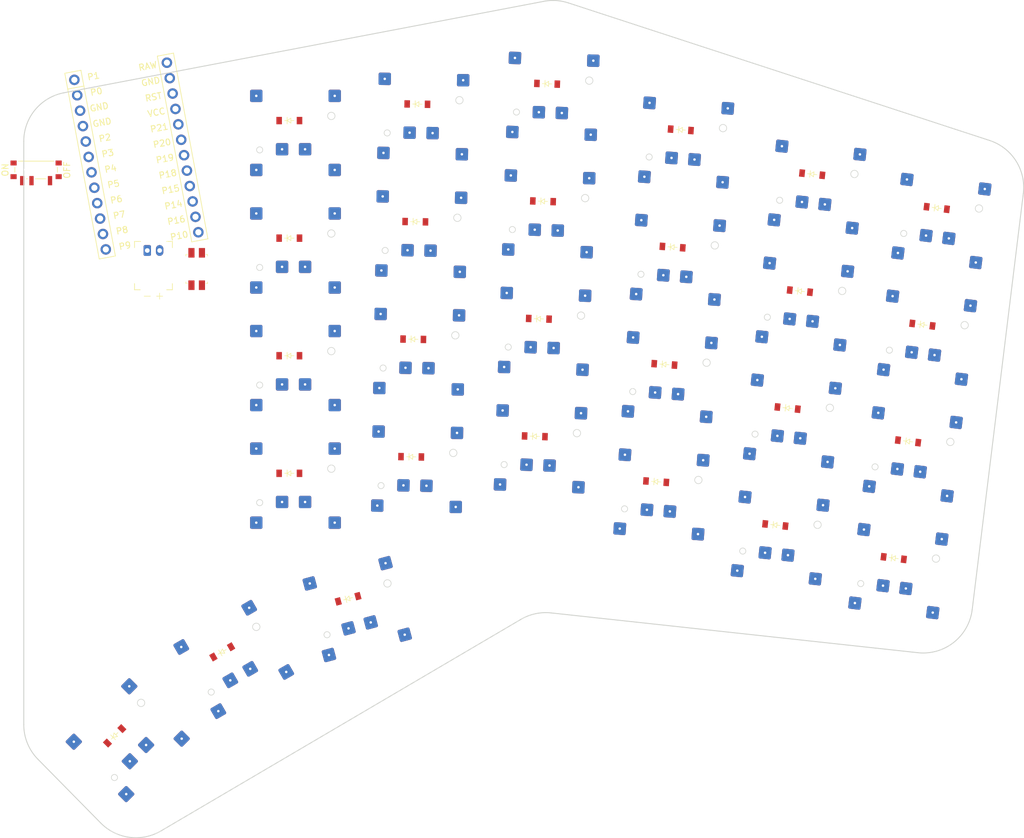
<source format=kicad_pcb>
(kicad_pcb (version 20240108) (generator "ergogen") (generator_version "4.1.0")
  (title_block (title "newbiggie_right_unrouted") (date "2025-05-29") (rev "v1.0.0") (company "Unknown"))
  (layers (0 "F.Cu" signal) (31 "B.Cu" signal) (34 "B.Paste" user) (35 "F.Paste" user) (36 "B.SilkS" user "B.Silkscreen") (37 "F.SilkS" user "F.Silkscreen") (38 "B.Mask" user) (39 "F.Mask" user) (44 "Edge.Cuts" user))
  (net 0 "")
  (net 1 "P2")
  (net 2 "mirror_stretch_bottom")
  (net 3 "GND")
  (net 4 "mirror_stretch_home")
  (net 5 "mirror_stretch_high")
  (net 6 "mirror_stretch_num")
  (net 7 "P3")
  (net 8 "mirror_pinky_bottom")
  (net 9 "mirror_pinky_home")
  (net 10 "mirror_pinky_high")
  (net 11 "mirror_pinky_num")
  (net 12 "P4")
  (net 13 "mirror_ring_bottom")
  (net 14 "mirror_ring_home")
  (net 15 "mirror_ring_high")
  (net 16 "mirror_ring_num")
  (net 17 "P6")
  (net 18 "mirror_middle_bottom")
  (net 19 "mirror_middle_home")
  (net 20 "mirror_middle_high")
  (net 21 "mirror_middle_num")
  (net 22 "P8")
  (net 23 "mirror_index_bottom")
  (net 24 "mirror_index_home")
  (net 25 "mirror_index_high")
  (net 26 "mirror_index_num")
  (net 27 "P9")
  (net 28 "mirror_inner_bottom")
  (net 29 "mirror_inner_home")
  (net 30 "mirror_inner_high")
  (net 31 "mirror_inner_num")
  (net 32 "mirror_near_fan")
  (net 33 "P5")
  (net 34 "mirror_mid_fan")
  (net 35 "mirror_far_fan")
  (net 36 "P10")
  (net 37 "P16")
  (net 38 "P14")
  (net 39 "P15")
  (net 40 "P18")
  (net 41 "RAW")
  (net 42 "RST")
  (net 43 "VCC")
  (net 44 "P21")
  (net 45 "P20")
  (net 46 "P19")
  (net 47 "P1")
  (net 48 "P0")
  (net 49 "P7")
  (net 50 "P101")
  (net 51 "P102")
  (net 52 "P107")
  (net 53 "MCU1_24")
  (net 54 "MCU1_1")
  (net 55 "MCU1_23")
  (net 56 "MCU1_2")
  (net 57 "MCU1_22")
  (net 58 "MCU1_3")
  (net 59 "MCU1_21")
  (net 60 "MCU1_4")
  (net 61 "MCU1_20")
  (net 62 "MCU1_5")
  (net 63 "MCU1_19")
  (net 64 "MCU1_6")
  (net 65 "MCU1_18")
  (net 66 "MCU1_7")
  (net 67 "MCU1_17")
  (net 68 "MCU1_8")
  (net 69 "MCU1_16")
  (net 70 "MCU1_9")
  (net 71 "MCU1_15")
  (net 72 "MCU1_10")
  (net 73 "MCU1_14")
  (net 74 "MCU1_11")
  (net 75 "MCU1_13")
  (net 76 "MCU1_12")
  (net 77 "BAT_P")
  (net 78 "JST1_1")
  (net 79 "JST1_2")
  (footprint "PG1316S" (at 385.756753 151.4952237 -7) (layer "F.Cu")
    (property "Reference" "S1" hide)
    (fp_circle (center -5.8 2.75) (end -5.3 2.75) (stroke (width 0.1)) (fill none) (layer "Edge.Cuts"))
    (fp_circle (center 5.8 -2.75) (end 6.4 -2.75) (stroke (width 0.1)) (fill none) (layer "Edge.Cuts"))
    (pad "1" thru_hole roundrect (at -2.175 2.65 -7) (size 2 2) (drill 0.4) (layers "F.Cu" "F.Paste" "F.Mask") (roundrect_rratio 0.125) (net 1 "P2"))
    (pad "2" thru_hole roundrect (at 1.55 2.65 -7) (size 2 2) (drill 0.4) (layers "F.Cu" "F.Paste" "F.Mask") (roundrect_rratio 0.125) (net 2 "mirror_stretch_bottom"))
    (pad "3" thru_hole roundrect (at -6.35 -6 -7) (size 2 2) (drill 0.4) (layers "F.Cu" "F.Paste" "F.Mask") (roundrect_rratio 0.125))
    (pad "3" thru_hole roundrect (at -6.35 6 -7) (size 2 2) (drill 0.4) (layers "F.Cu" "F.Paste" "F.Mask") (roundrect_rratio 0.125))
    (pad "3" thru_hole roundrect (at 6.35 -6 -7) (size 2 2) (drill 0.4) (layers "F.Cu" "F.Paste" "F.Mask") (roundrect_rratio 0.125))
    (pad "3" thru_hole roundrect (at 6.35 6 -7) (size 2 2) (drill 0.4) (layers "F.Cu" "F.Paste" "F.Mask") (roundrect_rratio 0.125))
  )
  (footprint "PG1316S" (at 388.0783639 132.5872195 -7) (layer "F.Cu")
    (property "Reference" "S2" hide)
    (fp_circle (center -5.8 2.75) (end -5.3 2.75) (stroke (width 0.1)) (fill none) (layer "Edge.Cuts"))
    (fp_circle (center 5.8 -2.75) (end 6.4 -2.75) (stroke (width 0.1)) (fill none) (layer "Edge.Cuts"))
    (pad "1" thru_hole roundrect (at -2.175 2.65 -7) (size 2 2) (drill 0.4) (layers "F.Cu" "F.Paste" "F.Mask") (roundrect_rratio 0.125) (net 1 "P2"))
    (pad "2" thru_hole roundrect (at 1.55 2.65 -7) (size 2 2) (drill 0.4) (layers "F.Cu" "F.Paste" "F.Mask") (roundrect_rratio 0.125) (net 4 "mirror_stretch_home"))
    (pad "3" thru_hole roundrect (at -6.35 -6 -7) (size 2 2) (drill 0.4) (layers "F.Cu" "F.Paste" "F.Mask") (roundrect_rratio 0.125))
    (pad "3" thru_hole roundrect (at -6.35 6 -7) (size 2 2) (drill 0.4) (layers "F.Cu" "F.Paste" "F.Mask") (roundrect_rratio 0.125))
    (pad "3" thru_hole roundrect (at 6.35 -6 -7) (size 2 2) (drill 0.4) (layers "F.Cu" "F.Paste" "F.Mask") (roundrect_rratio 0.125))
    (pad "3" thru_hole roundrect (at 6.35 6 -7) (size 2 2) (drill 0.4) (layers "F.Cu" "F.Paste" "F.Mask") (roundrect_rratio 0.125))
  )
  (footprint "PG1316S" (at 390.3999749 113.6792153 -7) (layer "F.Cu")
    (property "Reference" "S3" hide)
    (fp_circle (center -5.8 2.75) (end -5.3 2.75) (stroke (width 0.1)) (fill none) (layer "Edge.Cuts"))
    (fp_circle (center 5.8 -2.75) (end 6.4 -2.75) (stroke (width 0.1)) (fill none) (layer "Edge.Cuts"))
    (pad "1" thru_hole roundrect (at -2.175 2.65 -7) (size 2 2) (drill 0.4) (layers "F.Cu" "F.Paste" "F.Mask") (roundrect_rratio 0.125) (net 1 "P2"))
    (pad "2" thru_hole roundrect (at 1.55 2.65 -7) (size 2 2) (drill 0.4) (layers "F.Cu" "F.Paste" "F.Mask") (roundrect_rratio 0.125) (net 5 "mirror_stretch_high"))
    (pad "3" thru_hole roundrect (at -6.35 -6 -7) (size 2 2) (drill 0.4) (layers "F.Cu" "F.Paste" "F.Mask") (roundrect_rratio 0.125))
    (pad "3" thru_hole roundrect (at -6.35 6 -7) (size 2 2) (drill 0.4) (layers "F.Cu" "F.Paste" "F.Mask") (roundrect_rratio 0.125))
    (pad "3" thru_hole roundrect (at 6.35 -6 -7) (size 2 2) (drill 0.4) (layers "F.Cu" "F.Paste" "F.Mask") (roundrect_rratio 0.125))
    (pad "3" thru_hole roundrect (at 6.35 6 -7) (size 2 2) (drill 0.4) (layers "F.Cu" "F.Paste" "F.Mask") (roundrect_rratio 0.125))
  )
  (footprint "PG1316S" (at 392.72158590000004 94.7712111 -7) (layer "F.Cu")
    (property "Reference" "S4" hide)
    (fp_circle (center -5.8 2.75) (end -5.3 2.75) (stroke (width 0.1)) (fill none) (layer "Edge.Cuts"))
    (fp_circle (center 5.8 -2.75) (end 6.4 -2.75) (stroke (width 0.1)) (fill none) (layer "Edge.Cuts"))
    (pad "1" thru_hole roundrect (at -2.175 2.65 -7) (size 2 2) (drill 0.4) (layers "F.Cu" "F.Paste" "F.Mask") (roundrect_rratio 0.125) (net 1 "P2"))
    (pad "2" thru_hole roundrect (at 1.55 2.65 -7) (size 2 2) (drill 0.4) (layers "F.Cu" "F.Paste" "F.Mask") (roundrect_rratio 0.125) (net 6 "mirror_stretch_num"))
    (pad "3" thru_hole roundrect (at -6.35 -6 -7) (size 2 2) (drill 0.4) (layers "F.Cu" "F.Paste" "F.Mask") (roundrect_rratio 0.125))
    (pad "3" thru_hole roundrect (at -6.35 6 -7) (size 2 2) (drill 0.4) (layers "F.Cu" "F.Paste" "F.Mask") (roundrect_rratio 0.125))
    (pad "3" thru_hole roundrect (at 6.35 -6 -7) (size 2 2) (drill 0.4) (layers "F.Cu" "F.Paste" "F.Mask") (roundrect_rratio 0.125))
    (pad "3" thru_hole roundrect (at 6.35 6 -7) (size 2 2) (drill 0.4) (layers "F.Cu" "F.Paste" "F.Mask") (roundrect_rratio 0.125))
  )
  (footprint "PG1316S" (at 366.6188291 146.1228526 -6) (layer "F.Cu")
    (property "Reference" "S5" hide)
    (fp_circle (center -5.8 2.75) (end -5.3 2.75) (stroke (width 0.1)) (fill none) (layer "Edge.Cuts"))
    (fp_circle (center 5.8 -2.75) (end 6.4 -2.75) (stroke (width 0.1)) (fill none) (layer "Edge.Cuts"))
    (pad "1" thru_hole roundrect (at -2.175 2.65 -6) (size 2 2) (drill 0.4) (layers "F.Cu" "F.Paste" "F.Mask") (roundrect_rratio 0.125) (net 7 "P3"))
    (pad "2" thru_hole roundrect (at 1.55 2.65 -6) (size 2 2) (drill 0.4) (layers "F.Cu" "F.Paste" "F.Mask") (roundrect_rratio 0.125) (net 8 "mirror_pinky_bottom"))
    (pad "3" thru_hole roundrect (at -6.35 -6 -6) (size 2 2) (drill 0.4) (layers "F.Cu" "F.Paste" "F.Mask") (roundrect_rratio 0.125))
    (pad "3" thru_hole roundrect (at -6.35 6 -6) (size 2 2) (drill 0.4) (layers "F.Cu" "F.Paste" "F.Mask") (roundrect_rratio 0.125))
    (pad "3" thru_hole roundrect (at 6.35 -6 -6) (size 2 2) (drill 0.4) (layers "F.Cu" "F.Paste" "F.Mask") (roundrect_rratio 0.125))
    (pad "3" thru_hole roundrect (at 6.35 6 -6) (size 2 2) (drill 0.4) (layers "F.Cu" "F.Paste" "F.Mask") (roundrect_rratio 0.125))
  )
  (footprint "PG1316S" (at 368.61009640000003 127.1772105 -6) (layer "F.Cu")
    (property "Reference" "S6" hide)
    (fp_circle (center -5.8 2.75) (end -5.3 2.75) (stroke (width 0.1)) (fill none) (layer "Edge.Cuts"))
    (fp_circle (center 5.8 -2.75) (end 6.4 -2.75) (stroke (width 0.1)) (fill none) (layer "Edge.Cuts"))
    (pad "1" thru_hole roundrect (at -2.175 2.65 -6) (size 2 2) (drill 0.4) (layers "F.Cu" "F.Paste" "F.Mask") (roundrect_rratio 0.125) (net 7 "P3"))
    (pad "2" thru_hole roundrect (at 1.55 2.65 -6) (size 2 2) (drill 0.4) (layers "F.Cu" "F.Paste" "F.Mask") (roundrect_rratio 0.125) (net 9 "mirror_pinky_home"))
    (pad "3" thru_hole roundrect (at -6.35 -6 -6) (size 2 2) (drill 0.4) (layers "F.Cu" "F.Paste" "F.Mask") (roundrect_rratio 0.125))
    (pad "3" thru_hole roundrect (at -6.35 6 -6) (size 2 2) (drill 0.4) (layers "F.Cu" "F.Paste" "F.Mask") (roundrect_rratio 0.125))
    (pad "3" thru_hole roundrect (at 6.35 -6 -6) (size 2 2) (drill 0.4) (layers "F.Cu" "F.Paste" "F.Mask") (roundrect_rratio 0.125))
    (pad "3" thru_hole roundrect (at 6.35 6 -6) (size 2 2) (drill 0.4) (layers "F.Cu" "F.Paste" "F.Mask") (roundrect_rratio 0.125))
  )
  (footprint "PG1316S" (at 370.6013636 108.2315684 -6) (layer "F.Cu")
    (property "Reference" "S7" hide)
    (fp_circle (center -5.8 2.75) (end -5.3 2.75) (stroke (width 0.1)) (fill none) (layer "Edge.Cuts"))
    (fp_circle (center 5.8 -2.75) (end 6.4 -2.75) (stroke (width 0.1)) (fill none) (layer "Edge.Cuts"))
    (pad "1" thru_hole roundrect (at -2.175 2.65 -6) (size 2 2) (drill 0.4) (layers "F.Cu" "F.Paste" "F.Mask") (roundrect_rratio 0.125) (net 7 "P3"))
    (pad "2" thru_hole roundrect (at 1.55 2.65 -6) (size 2 2) (drill 0.4) (layers "F.Cu" "F.Paste" "F.Mask") (roundrect_rratio 0.125) (net 10 "mirror_pinky_high"))
    (pad "3" thru_hole roundrect (at -6.35 -6 -6) (size 2 2) (drill 0.4) (layers "F.Cu" "F.Paste" "F.Mask") (roundrect_rratio 0.125))
    (pad "3" thru_hole roundrect (at -6.35 6 -6) (size 2 2) (drill 0.4) (layers "F.Cu" "F.Paste" "F.Mask") (roundrect_rratio 0.125))
    (pad "3" thru_hole roundrect (at 6.35 -6 -6) (size 2 2) (drill 0.4) (layers "F.Cu" "F.Paste" "F.Mask") (roundrect_rratio 0.125))
    (pad "3" thru_hole roundrect (at 6.35 6 -6) (size 2 2) (drill 0.4) (layers "F.Cu" "F.Paste" "F.Mask") (roundrect_rratio 0.125))
  )
  (footprint "PG1316S" (at 372.5926309 89.2859263 -6) (layer "F.Cu")
    (property "Reference" "S8" hide)
    (fp_circle (center -5.8 2.75) (end -5.3 2.75) (stroke (width 0.1)) (fill none) (layer "Edge.Cuts"))
    (fp_circle (center 5.8 -2.75) (end 6.4 -2.75) (stroke (width 0.1)) (fill none) (layer "Edge.Cuts"))
    (pad "1" thru_hole roundrect (at -2.175 2.65 -6) (size 2 2) (drill 0.4) (layers "F.Cu" "F.Paste" "F.Mask") (roundrect_rratio 0.125) (net 7 "P3"))
    (pad "2" thru_hole roundrect (at 1.55 2.65 -6) (size 2 2) (drill 0.4) (layers "F.Cu" "F.Paste" "F.Mask") (roundrect_rratio 0.125) (net 11 "mirror_pinky_num"))
    (pad "3" thru_hole roundrect (at -6.35 -6 -6) (size 2 2) (drill 0.4) (layers "F.Cu" "F.Paste" "F.Mask") (roundrect_rratio 0.125))
    (pad "3" thru_hole roundrect (at -6.35 6 -6) (size 2 2) (drill 0.4) (layers "F.Cu" "F.Paste" "F.Mask") (roundrect_rratio 0.125))
    (pad "3" thru_hole roundrect (at 6.35 -6 -6) (size 2 2) (drill 0.4) (layers "F.Cu" "F.Paste" "F.Mask") (roundrect_rratio 0.125))
    (pad "3" thru_hole roundrect (at 6.35 6 -6) (size 2 2) (drill 0.4) (layers "F.Cu" "F.Paste" "F.Mask") (roundrect_rratio 0.125))
  )
  (footprint "PG1316S" (at 347.4002118 139.0753531 -4) (layer "F.Cu")
    (property "Reference" "S9" hide)
    (fp_circle (center -5.8 2.75) (end -5.3 2.75) (stroke (width 0.1)) (fill none) (layer "Edge.Cuts"))
    (fp_circle (center 5.8 -2.75) (end 6.4 -2.75) (stroke (width 0.1)) (fill none) (layer "Edge.Cuts"))
    (pad "1" thru_hole roundrect (at -2.175 2.65 -4) (size 2 2) (drill 0.4) (layers "F.Cu" "F.Paste" "F.Mask") (roundrect_rratio 0.125) (net 12 "P4"))
    (pad "2" thru_hole roundrect (at 1.55 2.65 -4) (size 2 2) (drill 0.4) (layers "F.Cu" "F.Paste" "F.Mask") (roundrect_rratio 0.125) (net 13 "mirror_ring_bottom"))
    (pad "3" thru_hole roundrect (at -6.35 -6 -4) (size 2 2) (drill 0.4) (layers "F.Cu" "F.Paste" "F.Mask") (roundrect_rratio 0.125))
    (pad "3" thru_hole roundrect (at -6.35 6 -4) (size 2 2) (drill 0.4) (layers "F.Cu" "F.Paste" "F.Mask") (roundrect_rratio 0.125))
    (pad "3" thru_hole roundrect (at 6.35 -6 -4) (size 2 2) (drill 0.4) (layers "F.Cu" "F.Paste" "F.Mask") (roundrect_rratio 0.125))
    (pad "3" thru_hole roundrect (at 6.35 6 -4) (size 2 2) (drill 0.4) (layers "F.Cu" "F.Paste" "F.Mask") (roundrect_rratio 0.125))
  )
  (footprint "PG1316S" (at 348.7290726 120.071758 -4) (layer "F.Cu")
    (property "Reference" "S10" hide)
    (fp_circle (center -5.8 2.75) (end -5.3 2.75) (stroke (width 0.1)) (fill none) (layer "Edge.Cuts"))
    (fp_circle (center 5.8 -2.75) (end 6.4 -2.75) (stroke (width 0.1)) (fill none) (layer "Edge.Cuts"))
    (pad "1" thru_hole roundrect (at -2.175 2.65 -4) (size 2 2) (drill 0.4) (layers "F.Cu" "F.Paste" "F.Mask") (roundrect_rratio 0.125) (net 12 "P4"))
    (pad "2" thru_hole roundrect (at 1.55 2.65 -4) (size 2 2) (drill 0.4) (layers "F.Cu" "F.Paste" "F.Mask") (roundrect_rratio 0.125) (net 14 "mirror_ring_home"))
    (pad "3" thru_hole roundrect (at -6.35 -6 -4) (size 2 2) (drill 0.4) (layers "F.Cu" "F.Paste" "F.Mask") (roundrect_rratio 0.125))
    (pad "3" thru_hole roundrect (at -6.35 6 -4) (size 2 2) (drill 0.4) (layers "F.Cu" "F.Paste" "F.Mask") (roundrect_rratio 0.125))
    (pad "3" thru_hole roundrect (at 6.35 -6 -4) (size 2 2) (drill 0.4) (layers "F.Cu" "F.Paste" "F.Mask") (roundrect_rratio 0.125))
    (pad "3" thru_hole roundrect (at 6.35 6 -4) (size 2 2) (drill 0.4) (layers "F.Cu" "F.Paste" "F.Mask") (roundrect_rratio 0.125))
  )
  (footprint "PG1316S" (at 350.0579334 101.0681629 -4) (layer "F.Cu")
    (property "Reference" "S11" hide)
    (fp_circle (center -5.8 2.75) (end -5.3 2.75) (stroke (width 0.1)) (fill none) (layer "Edge.Cuts"))
    (fp_circle (center 5.8 -2.75) (end 6.4 -2.75) (stroke (width 0.1)) (fill none) (layer "Edge.Cuts"))
    (pad "1" thru_hole roundrect (at -2.175 2.65 -4) (size 2 2) (drill 0.4) (layers "F.Cu" "F.Paste" "F.Mask") (roundrect_rratio 0.125) (net 12 "P4"))
    (pad "2" thru_hole roundrect (at 1.55 2.65 -4) (size 2 2) (drill 0.4) (layers "F.Cu" "F.Paste" "F.Mask") (roundrect_rratio 0.125) (net 15 "mirror_ring_high"))
    (pad "3" thru_hole roundrect (at -6.35 -6 -4) (size 2 2) (drill 0.4) (layers "F.Cu" "F.Paste" "F.Mask") (roundrect_rratio 0.125))
    (pad "3" thru_hole roundrect (at -6.35 6 -4) (size 2 2) (drill 0.4) (layers "F.Cu" "F.Paste" "F.Mask") (roundrect_rratio 0.125))
    (pad "3" thru_hole roundrect (at 6.35 -6 -4) (size 2 2) (drill 0.4) (layers "F.Cu" "F.Paste" "F.Mask") (roundrect_rratio 0.125))
    (pad "3" thru_hole roundrect (at 6.35 6 -4) (size 2 2) (drill 0.4) (layers "F.Cu" "F.Paste" "F.Mask") (roundrect_rratio 0.125))
  )
  (footprint "PG1316S" (at 351.38679410000003 82.0645678 -4) (layer "F.Cu")
    (property "Reference" "S12" hide)
    (fp_circle (center -5.8 2.75) (end -5.3 2.75) (stroke (width 0.1)) (fill none) (layer "Edge.Cuts"))
    (fp_circle (center 5.8 -2.75) (end 6.4 -2.75) (stroke (width 0.1)) (fill none) (layer "Edge.Cuts"))
    (pad "1" thru_hole roundrect (at -2.175 2.65 -4) (size 2 2) (drill 0.4) (layers "F.Cu" "F.Paste" "F.Mask") (roundrect_rratio 0.125) (net 12 "P4"))
    (pad "2" thru_hole roundrect (at 1.55 2.65 -4) (size 2 2) (drill 0.4) (layers "F.Cu" "F.Paste" "F.Mask") (roundrect_rratio 0.125) (net 16 "mirror_ring_num"))
    (pad "3" thru_hole roundrect (at -6.35 -6 -4) (size 2 2) (drill 0.4) (layers "F.Cu" "F.Paste" "F.Mask") (roundrect_rratio 0.125))
    (pad "3" thru_hole roundrect (at -6.35 6 -4) (size 2 2) (drill 0.4) (layers "F.Cu" "F.Paste" "F.Mask") (roundrect_rratio 0.125))
    (pad "3" thru_hole roundrect (at 6.35 -6 -4) (size 2 2) (drill 0.4) (layers "F.Cu" "F.Paste" "F.Mask") (roundrect_rratio 0.125))
    (pad "3" thru_hole roundrect (at 6.35 6 -4) (size 2 2) (drill 0.4) (layers "F.Cu" "F.Paste" "F.Mask") (roundrect_rratio 0.125))
  )
  (footprint "PG1316S" (at 327.8175914 131.6913515 -2) (layer "F.Cu")
    (property "Reference" "S13" hide)
    (fp_circle (center -5.8 2.75) (end -5.3 2.75) (stroke (width 0.1)) (fill none) (layer "Edge.Cuts"))
    (fp_circle (center 5.8 -2.75) (end 6.4 -2.75) (stroke (width 0.1)) (fill none) (layer "Edge.Cuts"))
    (pad "1" thru_hole roundrect (at -2.175 2.65 -2) (size 2 2) (drill 0.4) (layers "F.Cu" "F.Paste" "F.Mask") (roundrect_rratio 0.125) (net 17 "P6"))
    (pad "2" thru_hole roundrect (at 1.55 2.65 -2) (size 2 2) (drill 0.4) (layers "F.Cu" "F.Paste" "F.Mask") (roundrect_rratio 0.125) (net 18 "mirror_middle_bottom"))
    (pad "3" thru_hole roundrect (at -6.35 -6 -2) (size 2 2) (drill 0.4) (layers "F.Cu" "F.Paste" "F.Mask") (roundrect_rratio 0.125))
    (pad "3" thru_hole roundrect (at -6.35 6 -2) (size 2 2) (drill 0.4) (layers "F.Cu" "F.Paste" "F.Mask") (roundrect_rratio 0.125))
    (pad "3" thru_hole roundrect (at 6.35 -6 -2) (size 2 2) (drill 0.4) (layers "F.Cu" "F.Paste" "F.Mask") (roundrect_rratio 0.125))
    (pad "3" thru_hole roundrect (at 6.35 6 -2) (size 2 2) (drill 0.4) (layers "F.Cu" "F.Paste" "F.Mask") (roundrect_rratio 0.125))
  )
  (footprint "PG1316S" (at 328.4824268 112.6529563 -2) (layer "F.Cu")
    (property "Reference" "S14" hide)
    (fp_circle (center -5.8 2.75) (end -5.3 2.75) (stroke (width 0.1)) (fill none) (layer "Edge.Cuts"))
    (fp_circle (center 5.8 -2.75) (end 6.4 -2.75) (stroke (width 0.1)) (fill none) (layer "Edge.Cuts"))
    (pad "1" thru_hole roundrect (at -2.175 2.65 -2) (size 2 2) (drill 0.4) (layers "F.Cu" "F.Paste" "F.Mask") (roundrect_rratio 0.125) (net 17 "P6"))
    (pad "2" thru_hole roundrect (at 1.55 2.65 -2) (size 2 2) (drill 0.4) (layers "F.Cu" "F.Paste" "F.Mask") (roundrect_rratio 0.125) (net 19 "mirror_middle_home"))
    (pad "3" thru_hole roundrect (at -6.35 -6 -2) (size 2 2) (drill 0.4) (layers "F.Cu" "F.Paste" "F.Mask") (roundrect_rratio 0.125))
    (pad "3" thru_hole roundrect (at -6.35 6 -2) (size 2 2) (drill 0.4) (layers "F.Cu" "F.Paste" "F.Mask") (roundrect_rratio 0.125))
    (pad "3" thru_hole roundrect (at 6.35 -6 -2) (size 2 2) (drill 0.4) (layers "F.Cu" "F.Paste" "F.Mask") (roundrect_rratio 0.125))
    (pad "3" thru_hole roundrect (at 6.35 6 -2) (size 2 2) (drill 0.4) (layers "F.Cu" "F.Paste" "F.Mask") (roundrect_rratio 0.125))
  )
  (footprint "PG1316S" (at 329.1472622 93.614561 -2) (layer "F.Cu")
    (property "Reference" "S15" hide)
    (fp_circle (center -5.8 2.75) (end -5.3 2.75) (stroke (width 0.1)) (fill none) (layer "Edge.Cuts"))
    (fp_circle (center 5.8 -2.75) (end 6.4 -2.75) (stroke (width 0.1)) (fill none) (layer "Edge.Cuts"))
    (pad "1" thru_hole roundrect (at -2.175 2.65 -2) (size 2 2) (drill 0.4) (layers "F.Cu" "F.Paste" "F.Mask") (roundrect_rratio 0.125) (net 17 "P6"))
    (pad "2" thru_hole roundrect (at 1.55 2.65 -2) (size 2 2) (drill 0.4) (layers "F.Cu" "F.Paste" "F.Mask") (roundrect_rratio 0.125) (net 20 "mirror_middle_high"))
    (pad "3" thru_hole roundrect (at -6.35 -6 -2) (size 2 2) (drill 0.4) (layers "F.Cu" "F.Paste" "F.Mask") (roundrect_rratio 0.125))
    (pad "3" thru_hole roundrect (at -6.35 6 -2) (size 2 2) (drill 0.4) (layers "F.Cu" "F.Paste" "F.Mask") (roundrect_rratio 0.125))
    (pad "3" thru_hole roundrect (at 6.35 -6 -2) (size 2 2) (drill 0.4) (layers "F.Cu" "F.Paste" "F.Mask") (roundrect_rratio 0.125))
    (pad "3" thru_hole roundrect (at 6.35 6 -2) (size 2 2) (drill 0.4) (layers "F.Cu" "F.Paste" "F.Mask") (roundrect_rratio 0.125))
  )
  (footprint "PG1316S" (at 329.81209770000004 74.5761658 -2) (layer "F.Cu")
    (property "Reference" "S16" hide)
    (fp_circle (center -5.8 2.75) (end -5.3 2.75) (stroke (width 0.1)) (fill none) (layer "Edge.Cuts"))
    (fp_circle (center 5.8 -2.75) (end 6.4 -2.75) (stroke (width 0.1)) (fill none) (layer "Edge.Cuts"))
    (pad "1" thru_hole roundrect (at -2.175 2.65 -2) (size 2 2) (drill 0.4) (layers "F.Cu" "F.Paste" "F.Mask") (roundrect_rratio 0.125) (net 17 "P6"))
    (pad "2" thru_hole roundrect (at 1.55 2.65 -2) (size 2 2) (drill 0.4) (layers "F.Cu" "F.Paste" "F.Mask") (roundrect_rratio 0.125) (net 21 "mirror_middle_num"))
    (pad "3" thru_hole roundrect (at -6.35 -6 -2) (size 2 2) (drill 0.4) (layers "F.Cu" "F.Paste" "F.Mask") (roundrect_rratio 0.125))
    (pad "3" thru_hole roundrect (at -6.35 6 -2) (size 2 2) (drill 0.4) (layers "F.Cu" "F.Paste" "F.Mask") (roundrect_rratio 0.125))
    (pad "3" thru_hole roundrect (at 6.35 -6 -2) (size 2 2) (drill 0.4) (layers "F.Cu" "F.Paste" "F.Mask") (roundrect_rratio 0.125))
    (pad "3" thru_hole roundrect (at 6.35 6 -2) (size 2 2) (drill 0.4) (layers "F.Cu" "F.Paste" "F.Mask") (roundrect_rratio 0.125))
  )
  (footprint "PG1316S" (at 307.84008560000007 134.9961598 -1) (layer "F.Cu")
    (property "Reference" "S17" hide)
    (fp_circle (center -5.8 2.75) (end -5.3 2.75) (stroke (width 0.1)) (fill none) (layer "Edge.Cuts"))
    (fp_circle (center 5.8 -2.75) (end 6.4 -2.75) (stroke (width 0.1)) (fill none) (layer "Edge.Cuts"))
    (pad "1" thru_hole roundrect (at -2.175 2.65 -1) (size 2 2) (drill 0.4) (layers "F.Cu" "F.Paste" "F.Mask") (roundrect_rratio 0.125) (net 22 "P8"))
    (pad "2" thru_hole roundrect (at 1.55 2.65 -1) (size 2 2) (drill 0.4) (layers "F.Cu" "F.Paste" "F.Mask") (roundrect_rratio 0.125) (net 23 "mirror_index_bottom"))
    (pad "3" thru_hole roundrect (at -6.35 -6 -1) (size 2 2) (drill 0.4) (layers "F.Cu" "F.Paste" "F.Mask") (roundrect_rratio 0.125))
    (pad "3" thru_hole roundrect (at -6.35 6 -1) (size 2 2) (drill 0.4) (layers "F.Cu" "F.Paste" "F.Mask") (roundrect_rratio 0.125))
    (pad "3" thru_hole roundrect (at 6.35 -6 -1) (size 2 2) (drill 0.4) (layers "F.Cu" "F.Paste" "F.Mask") (roundrect_rratio 0.125))
    (pad "3" thru_hole roundrect (at 6.35 6 -1) (size 2 2) (drill 0.4) (layers "F.Cu" "F.Paste" "F.Mask") (roundrect_rratio 0.125))
  )
  (footprint "PG1316S" (at 308.172554 115.9490613 -1) (layer "F.Cu")
    (property "Reference" "S18" hide)
    (fp_circle (center -5.8 2.75) (end -5.3 2.75) (stroke (width 0.1)) (fill none) (layer "Edge.Cuts"))
    (fp_circle (center 5.8 -2.75) (end 6.4 -2.75) (stroke (width 0.1)) (fill none) (layer "Edge.Cuts"))
    (pad "1" thru_hole roundrect (at -2.175 2.65 -1) (size 2 2) (drill 0.4) (layers "F.Cu" "F.Paste" "F.Mask") (roundrect_rratio 0.125) (net 22 "P8"))
    (pad "2" thru_hole roundrect (at 1.55 2.65 -1) (size 2 2) (drill 0.4) (layers "F.Cu" "F.Paste" "F.Mask") (roundrect_rratio 0.125) (net 24 "mirror_index_home"))
    (pad "3" thru_hole roundrect (at -6.35 -6 -1) (size 2 2) (drill 0.4) (layers "F.Cu" "F.Paste" "F.Mask") (roundrect_rratio 0.125))
    (pad "3" thru_hole roundrect (at -6.35 6 -1) (size 2 2) (drill 0.4) (layers "F.Cu" "F.Paste" "F.Mask") (roundrect_rratio 0.125))
    (pad "3" thru_hole roundrect (at 6.35 -6 -1) (size 2 2) (drill 0.4) (layers "F.Cu" "F.Paste" "F.Mask") (roundrect_rratio 0.125))
    (pad "3" thru_hole roundrect (at 6.35 6 -1) (size 2 2) (drill 0.4) (layers "F.Cu" "F.Paste" "F.Mask") (roundrect_rratio 0.125))
  )
  (footprint "PG1316S" (at 308.50502230000006 96.9019627 -1) (layer "F.Cu")
    (property "Reference" "S19" hide)
    (fp_circle (center -5.8 2.75) (end -5.3 2.75) (stroke (width 0.1)) (fill none) (layer "Edge.Cuts"))
    (fp_circle (center 5.8 -2.75) (end 6.4 -2.75) (stroke (width 0.1)) (fill none) (layer "Edge.Cuts"))
    (pad "1" thru_hole roundrect (at -2.175 2.65 -1) (size 2 2) (drill 0.4) (layers "F.Cu" "F.Paste" "F.Mask") (roundrect_rratio 0.125) (net 22 "P8"))
    (pad "2" thru_hole roundrect (at 1.55 2.65 -1) (size 2 2) (drill 0.4) (layers "F.Cu" "F.Paste" "F.Mask") (roundrect_rratio 0.125) (net 25 "mirror_index_high"))
    (pad "3" thru_hole roundrect (at -6.35 -6 -1) (size 2 2) (drill 0.4) (layers "F.Cu" "F.Paste" "F.Mask") (roundrect_rratio 0.125))
    (pad "3" thru_hole roundrect (at -6.35 6 -1) (size 2 2) (drill 0.4) (layers "F.Cu" "F.Paste" "F.Mask") (roundrect_rratio 0.125))
    (pad "3" thru_hole roundrect (at 6.35 -6 -1) (size 2 2) (drill 0.4) (layers "F.Cu" "F.Paste" "F.Mask") (roundrect_rratio 0.125))
    (pad "3" thru_hole roundrect (at 6.35 6 -1) (size 2 2) (drill 0.4) (layers "F.Cu" "F.Paste" "F.Mask") (roundrect_rratio 0.125))
  )
  (footprint "PG1316S" (at 308.8374907 77.8548641 -1) (layer "F.Cu")
    (property "Reference" "S20" hide)
    (fp_circle (center -5.8 2.75) (end -5.3 2.75) (stroke (width 0.1)) (fill none) (layer "Edge.Cuts"))
    (fp_circle (center 5.8 -2.75) (end 6.4 -2.75) (stroke (width 0.1)) (fill none) (layer "Edge.Cuts"))
    (pad "1" thru_hole roundrect (at -2.175 2.65 -1) (size 2 2) (drill 0.4) (layers "F.Cu" "F.Paste" "F.Mask") (roundrect_rratio 0.125) (net 22 "P8"))
    (pad "2" thru_hole roundrect (at 1.55 2.65 -1) (size 2 2) (drill 0.4) (layers "F.Cu" "F.Paste" "F.Mask") (roundrect_rratio 0.125) (net 26 "mirror_index_num"))
    (pad "3" thru_hole roundrect (at -6.35 -6 -1) (size 2 2) (drill 0.4) (layers "F.Cu" "F.Paste" "F.Mask") (roundrect_rratio 0.125))
    (pad "3" thru_hole roundrect (at -6.35 6 -1) (size 2 2) (drill 0.4) (layers "F.Cu" "F.Paste" "F.Mask") (roundrect_rratio 0.125))
    (pad "3" thru_hole roundrect (at 6.35 -6 -1) (size 2 2) (drill 0.4) (layers "F.Cu" "F.Paste" "F.Mask") (roundrect_rratio 0.125))
    (pad "3" thru_hole roundrect (at 6.35 6 -1) (size 2 2) (drill 0.4) (layers "F.Cu" "F.Paste" "F.Mask") (roundrect_rratio 0.125))
  )
  (footprint "PG1316S" (at 288.14072110000006 137.6527632 0) (layer "F.Cu")
    (property "Reference" "S21" hide)
    (fp_circle (center -5.8 2.75) (end -5.3 2.75) (stroke (width 0.1)) (fill none) (layer "Edge.Cuts"))
    (fp_circle (center 5.8 -2.75) (end 6.4 -2.75) (stroke (width 0.1)) (fill none) (layer "Edge.Cuts"))
    (pad "1" thru_hole roundrect (at -2.175 2.65 0) (size 2 2) (drill 0.4) (layers "F.Cu" "F.Paste" "F.Mask") (roundrect_rratio 0.125) (net 27 "P9"))
    (pad "2" thru_hole roundrect (at 1.55 2.65 0) (size 2 2) (drill 0.4) (layers "F.Cu" "F.Paste" "F.Mask") (roundrect_rratio 0.125) (net 28 "mirror_inner_bottom"))
    (pad "3" thru_hole roundrect (at -6.35 -6 0) (size 2 2) (drill 0.4) (layers "F.Cu" "F.Paste" "F.Mask") (roundrect_rratio 0.125))
    (pad "3" thru_hole roundrect (at -6.35 6 0) (size 2 2) (drill 0.4) (layers "F.Cu" "F.Paste" "F.Mask") (roundrect_rratio 0.125))
    (pad "3" thru_hole roundrect (at 6.35 -6 0) (size 2 2) (drill 0.4) (layers "F.Cu" "F.Paste" "F.Mask") (roundrect_rratio 0.125))
    (pad "3" thru_hole roundrect (at 6.35 6 0) (size 2 2) (drill 0.4) (layers "F.Cu" "F.Paste" "F.Mask") (roundrect_rratio 0.125))
  )
  (footprint "PG1316S" (at 288.14072110000006 118.6027631 0) (layer "F.Cu")
    (property "Reference" "S22" hide)
    (fp_circle (center -5.8 2.75) (end -5.3 2.75) (stroke (width 0.1)) (fill none) (layer "Edge.Cuts"))
    (fp_circle (center 5.8 -2.75) (end 6.4 -2.75) (stroke (width 0.1)) (fill none) (layer "Edge.Cuts"))
    (pad "1" thru_hole roundrect (at -2.175 2.65 0) (size 2 2) (drill 0.4) (layers "F.Cu" "F.Paste" "F.Mask") (roundrect_rratio 0.125) (net 27 "P9"))
    (pad "2" thru_hole roundrect (at 1.55 2.65 0) (size 2 2) (drill 0.4) (layers "F.Cu" "F.Paste" "F.Mask") (roundrect_rratio 0.125) (net 29 "mirror_inner_home"))
    (pad "3" thru_hole roundrect (at -6.35 -6 0) (size 2 2) (drill 0.4) (layers "F.Cu" "F.Paste" "F.Mask") (roundrect_rratio 0.125))
    (pad "3" thru_hole roundrect (at -6.35 6 0) (size 2 2) (drill 0.4) (layers "F.Cu" "F.Paste" "F.Mask") (roundrect_rratio 0.125))
    (pad "3" thru_hole roundrect (at 6.35 -6 0) (size 2 2) (drill 0.4) (layers "F.Cu" "F.Paste" "F.Mask") (roundrect_rratio 0.125))
    (pad "3" thru_hole roundrect (at 6.35 6 0) (size 2 2) (drill 0.4) (layers "F.Cu" "F.Paste" "F.Mask") (roundrect_rratio 0.125))
  )
  (footprint "PG1316S" (at 288.14072110000006 99.5527631 0) (layer "F.Cu")
    (property "Reference" "S23" hide)
    (fp_circle (center -5.8 2.75) (end -5.3 2.75) (stroke (width 0.1)) (fill none) (layer "Edge.Cuts"))
    (fp_circle (center 5.8 -2.75) (end 6.4 -2.75) (stroke (width 0.1)) (fill none) (layer "Edge.Cuts"))
    (pad "1" thru_hole roundrect (at -2.175 2.65 0) (size 2 2) (drill 0.4) (layers "F.Cu" "F.Paste" "F.Mask") (roundrect_rratio 0.125) (net 27 "P9"))
    (pad "2" thru_hole roundrect (at 1.55 2.65 0) (size 2 2) (drill 0.4) (layers "F.Cu" "F.Paste" "F.Mask") (roundrect_rratio 0.125) (net 30 "mirror_inner_high"))
    (pad "3" thru_hole roundrect (at -6.35 -6 0) (size 2 2) (drill 0.4) (layers "F.Cu" "F.Paste" "F.Mask") (roundrect_rratio 0.125))
    (pad "3" thru_hole roundrect (at -6.35 6 0) (size 2 2) (drill 0.4) (layers "F.Cu" "F.Paste" "F.Mask") (roundrect_rratio 0.125))
    (pad "3" thru_hole roundrect (at 6.35 -6 0) (size 2 2) (drill 0.4) (layers "F.Cu" "F.Paste" "F.Mask") (roundrect_rratio 0.125))
    (pad "3" thru_hole roundrect (at 6.35 6 0) (size 2 2) (drill 0.4) (layers "F.Cu" "F.Paste" "F.Mask") (roundrect_rratio 0.125))
  )
  (footprint "PG1316S" (at 288.14072110000006 80.5027631 0) (layer "F.Cu")
    (property "Reference" "S24" hide)
    (fp_circle (center -5.8 2.75) (end -5.3 2.75) (stroke (width 0.1)) (fill none) (layer "Edge.Cuts"))
    (fp_circle (center 5.8 -2.75) (end 6.4 -2.75) (stroke (width 0.1)) (fill none) (layer "Edge.Cuts"))
    (pad "1" thru_hole roundrect (at -2.175 2.65 0) (size 2 2) (drill 0.4) (layers "F.Cu" "F.Paste" "F.Mask") (roundrect_rratio 0.125) (net 27 "P9"))
    (pad "2" thru_hole roundrect (at 1.55 2.65 0) (size 2 2) (drill 0.4) (layers "F.Cu" "F.Paste" "F.Mask") (roundrect_rratio 0.125) (net 31 "mirror_inner_num"))
    (pad "3" thru_hole roundrect (at -6.35 -6 0) (size 2 2) (drill 0.4) (layers "F.Cu" "F.Paste" "F.Mask") (roundrect_rratio 0.125))
    (pad "3" thru_hole roundrect (at -6.35 6 0) (size 2 2) (drill 0.4) (layers "F.Cu" "F.Paste" "F.Mask") (roundrect_rratio 0.125))
    (pad "3" thru_hole roundrect (at 6.35 -6 0) (size 2 2) (drill 0.4) (layers "F.Cu" "F.Paste" "F.Mask") (roundrect_rratio 0.125))
    (pad "3" thru_hole roundrect (at 6.35 6 0) (size 2 2) (drill 0.4) (layers "F.Cu" "F.Paste" "F.Mask") (roundrect_rratio 0.125))
  )
  (footprint "PG1316S" (at 298.14072110000006 157.6527632 15) (layer "F.Cu")
    (property "Reference" "S25" hide)
    (fp_circle (center -5.8 2.75) (end -5.3 2.75) (stroke (width 0.1)) (fill none) (layer "Edge.Cuts"))
    (fp_circle (center 5.8 -2.75) (end 6.4 -2.75) (stroke (width 0.1)) (fill none) (layer "Edge.Cuts"))
    (pad "1" thru_hole roundrect (at -2.175 2.65 15) (size 2 2) (drill 0.4) (layers "F.Cu" "F.Paste" "F.Mask") (roundrect_rratio 0.125) (net 12 "P4"))
    (pad "2" thru_hole roundrect (at 1.55 2.65 15) (size 2 2) (drill 0.4) (layers "F.Cu" "F.Paste" "F.Mask") (roundrect_rratio 0.125) (net 32 "mirror_near_fan"))
    (pad "3" thru_hole roundrect (at -6.35 -6 15) (size 2 2) (drill 0.4) (layers "F.Cu" "F.Paste" "F.Mask") (roundrect_rratio 0.125))
    (pad "3" thru_hole roundrect (at -6.35 6 15) (size 2 2) (drill 0.4) (layers "F.Cu" "F.Paste" "F.Mask") (roundrect_rratio 0.125))
    (pad "3" thru_hole roundrect (at 6.35 -6 15) (size 2 2) (drill 0.4) (layers "F.Cu" "F.Paste" "F.Mask") (roundrect_rratio 0.125))
    (pad "3" thru_hole roundrect (at 6.35 6 15) (size 2 2) (drill 0.4) (layers "F.Cu" "F.Paste" "F.Mask") (roundrect_rratio 0.125))
  )
  (footprint "PG1316S" (at 278.14175800000004 165.8153168 30) (layer "F.Cu")
    (property "Reference" "S26" hide)
    (fp_circle (center -5.8 2.75) (end -5.3 2.75) (stroke (width 0.1)) (fill none) (layer "Edge.Cuts"))
    (fp_circle (center 5.8 -2.75) (end 6.4 -2.75) (stroke (width 0.1)) (fill none) (layer "Edge.Cuts"))
    (pad "1" thru_hole roundrect (at -2.175 2.65 30) (size 2 2) (drill 0.4) (layers "F.Cu" "F.Paste" "F.Mask") (roundrect_rratio 0.125) (net 33 "P5"))
    (pad "2" thru_hole roundrect (at 1.55 2.65 30) (size 2 2) (drill 0.4) (layers "F.Cu" "F.Paste" "F.Mask") (roundrect_rratio 0.125) (net 34 "mirror_mid_fan"))
    (pad "3" thru_hole roundrect (at -6.35 -6 30) (size 2 2) (drill 0.4) (layers "F.Cu" "F.Paste" "F.Mask") (roundrect_rratio 0.125))
    (pad "3" thru_hole roundrect (at -6.35 6 30) (size 2 2) (drill 0.4) (layers "F.Cu" "F.Paste" "F.Mask") (roundrect_rratio 0.125))
    (pad "3" thru_hole roundrect (at 6.35 -6 30) (size 2 2) (drill 0.4) (layers "F.Cu" "F.Paste" "F.Mask") (roundrect_rratio 0.125))
    (pad "3" thru_hole roundrect (at 6.35 6 30) (size 2 2) (drill 0.4) (layers "F.Cu" "F.Paste" "F.Mask") (roundrect_rratio 0.125))
  )
  (footprint "PG1316S" (at 260.9793085 178.896491 45) (layer "F.Cu")
    (property "Reference" "S27" hide)
    (fp_circle (center -5.8 2.75) (end -5.3 2.75) (stroke (width 0.1)) (fill none) (layer "Edge.Cuts"))
    (fp_circle (center 5.8 -2.75) (end 6.4 -2.75) (stroke (width 0.1)) (fill none) (layer "Edge.Cuts"))
    (pad "1" thru_hole roundrect (at -2.175 2.65 45) (size 2 2) (drill 0.4) (layers "F.Cu" "F.Paste" "F.Mask") (roundrect_rratio 0.125) (net 17 "P6"))
    (pad "2" thru_hole roundrect (at 1.55 2.65 45) (size 2 2) (drill 0.4) (layers "F.Cu" "F.Paste" "F.Mask") (roundrect_rratio 0.125) (net 35 "mirror_far_fan"))
    (pad "3" thru_hole roundrect (at -6.35 -6 45) (size 2 2) (drill 0.4) (layers "F.Cu" "F.Paste" "F.Mask") (roundrect_rratio 0.125))
    (pad "3" thru_hole roundrect (at -6.35 6 45) (size 2 2) (drill 0.4) (layers "F.Cu" "F.Paste" "F.Mask") (roundrect_rratio 0.125))
    (pad "3" thru_hole roundrect (at 6.35 -6 45) (size 2 2) (drill 0.4) (layers "F.Cu" "F.Paste" "F.Mask") (roundrect_rratio 0.125))
    (pad "3" thru_hole roundrect (at 6.35 6 45) (size 2 2) (drill 0.4) (layers "F.Cu" "F.Paste" "F.Mask") (roundrect_rratio 0.125))
  )
  (footprint "ceoloide:diode_tht_sod123" (layer "F.Cu") (at 385.0079455 149.3882621 -7)
    (property "Reference" "D1" hide)
    (pad "1" smd rect (at -1.65 0 -7) (size 0.9 1.2) (layers "F.Cu" "F.Paste" "F.Mask") (net 36 "P10"))
    (pad "2" smd rect (at 1.65 0 -7) (size 0.9 1.2) (layers "F.Cu" "F.Paste" "F.Mask") (net 2 "mirror_stretch_bottom"))
  )
  (footprint "ceoloide:diode_tht_sod123" (layer "F.Cu") (at 387.3295564 130.4802579 -7)
    (property "Reference" "D2" hide)
    (pad "1" smd rect (at -1.65 0 -7) (size 0.9 1.2) (layers "F.Cu" "F.Paste" "F.Mask") (net 37 "P16"))
    (pad "2" smd rect (at 1.65 0 -7) (size 0.9 1.2) (layers "F.Cu" "F.Paste" "F.Mask") (net 4 "mirror_stretch_home"))
  )
  (footprint "ceoloide:diode_tht_sod123" (layer "F.Cu") (at 389.6511674 111.57225369999999 -7)
    (property "Reference" "D3" hide)
    (pad "1" smd rect (at -1.65 0 -7) (size 0.9 1.2) (layers "F.Cu" "F.Paste" "F.Mask") (net 38 "P14"))
    (pad "2" smd rect (at 1.65 0 -7) (size 0.9 1.2) (layers "F.Cu" "F.Paste" "F.Mask") (net 5 "mirror_stretch_high"))
  )
  (footprint "ceoloide:diode_tht_sod123" (layer "F.Cu") (at 391.97277840000004 92.6642495 -7)
    (property "Reference" "D4" hide)
    (pad "1" smd rect (at -1.65 0 -7) (size 0.9 1.2) (layers "F.Cu" "F.Paste" "F.Mask") (net 39 "P15"))
    (pad "2" smd rect (at 1.65 0 -7) (size 0.9 1.2) (layers "F.Cu" "F.Paste" "F.Mask") (net 6 "mirror_stretch_num"))
  )
  (footprint "ceoloide:diode_tht_sod123" (layer "F.Cu") (at 365.83336410000004 144.02928029999998 -6)
    (property "Reference" "D5" hide)
    (pad "1" smd rect (at -1.65 0 -6) (size 0.9 1.2) (layers "F.Cu" "F.Paste" "F.Mask") (net 36 "P10"))
    (pad "2" smd rect (at 1.65 0 -6) (size 0.9 1.2) (layers "F.Cu" "F.Paste" "F.Mask") (net 8 "mirror_pinky_bottom"))
  )
  (footprint "ceoloide:diode_tht_sod123" (layer "F.Cu") (at 367.82463140000004 125.0836382 -6)
    (property "Reference" "D6" hide)
    (pad "1" smd rect (at -1.65 0 -6) (size 0.9 1.2) (layers "F.Cu" "F.Paste" "F.Mask") (net 37 "P16"))
    (pad "2" smd rect (at 1.65 0 -6) (size 0.9 1.2) (layers "F.Cu" "F.Paste" "F.Mask") (net 9 "mirror_pinky_home"))
  )
  (footprint "ceoloide:diode_tht_sod123" (layer "F.Cu") (at 369.8158986 106.1379961 -6)
    (property "Reference" "D7" hide)
    (pad "1" smd rect (at -1.65 0 -6) (size 0.9 1.2) (layers "F.Cu" "F.Paste" "F.Mask") (net 38 "P14"))
    (pad "2" smd rect (at 1.65 0 -6) (size 0.9 1.2) (layers "F.Cu" "F.Paste" "F.Mask") (net 10 "mirror_pinky_high"))
  )
  (footprint "ceoloide:diode_tht_sod123" (layer "F.Cu") (at 371.80716590000003 87.192354 -6)
    (property "Reference" "D8" hide)
    (pad "1" smd rect (at -1.65 0 -6) (size 0.9 1.2) (layers "F.Cu" "F.Paste" "F.Mask") (net 39 "P15"))
    (pad "2" smd rect (at 1.65 0 -6) (size 0.9 1.2) (layers "F.Cu" "F.Paste" "F.Mask") (net 11 "mirror_pinky_num"))
  )
  (footprint "ceoloide:diode_tht_sod123" (layer "F.Cu") (at 346.5421607 137.0104685 -4)
    (property "Reference" "D9" hide)
    (pad "1" smd rect (at -1.65 0 -4) (size 0.9 1.2) (layers "F.Cu" "F.Paste" "F.Mask") (net 36 "P10"))
    (pad "2" smd rect (at 1.65 0 -4) (size 0.9 1.2) (layers "F.Cu" "F.Paste" "F.Mask") (net 13 "mirror_ring_bottom"))
  )
  (footprint "ceoloide:diode_tht_sod123" (layer "F.Cu") (at 347.8710215 118.0068734 -4)
    (property "Reference" "D10" hide)
    (pad "1" smd rect (at -1.65 0 -4) (size 0.9 1.2) (layers "F.Cu" "F.Paste" "F.Mask") (net 37 "P16"))
    (pad "2" smd rect (at 1.65 0 -4) (size 0.9 1.2) (layers "F.Cu" "F.Paste" "F.Mask") (net 14 "mirror_ring_home"))
  )
  (footprint "ceoloide:diode_tht_sod123" (layer "F.Cu") (at 349.1998823 99.0032783 -4)
    (property "Reference" "D11" hide)
    (pad "1" smd rect (at -1.65 0 -4) (size 0.9 1.2) (layers "F.Cu" "F.Paste" "F.Mask") (net 38 "P14"))
    (pad "2" smd rect (at 1.65 0 -4) (size 0.9 1.2) (layers "F.Cu" "F.Paste" "F.Mask") (net 15 "mirror_ring_high"))
  )
  (footprint "ceoloide:diode_tht_sod123" (layer "F.Cu") (at 350.528743 79.9996832 -4)
    (property "Reference" "D12" hide)
    (pad "1" smd rect (at -1.65 0 -4) (size 0.9 1.2) (layers "F.Cu" "F.Paste" "F.Mask") (net 39 "P15"))
    (pad "2" smd rect (at 1.65 0 -4) (size 0.9 1.2) (layers "F.Cu" "F.Paste" "F.Mask") (net 16 "mirror_ring_num"))
  )
  (footprint "ceoloide:diode_tht_sod123" (layer "F.Cu") (at 326.8879996 129.6576703 -2)
    (property "Reference" "D13" hide)
    (pad "1" smd rect (at -1.65 0 -2) (size 0.9 1.2) (layers "F.Cu" "F.Paste" "F.Mask") (net 36 "P10"))
    (pad "2" smd rect (at 1.65 0 -2) (size 0.9 1.2) (layers "F.Cu" "F.Paste" "F.Mask") (net 18 "mirror_middle_bottom"))
  )
  (footprint "ceoloide:diode_tht_sod123" (layer "F.Cu") (at 327.55283499999996 110.6192751 -2)
    (property "Reference" "D14" hide)
    (pad "1" smd rect (at -1.65 0 -2) (size 0.9 1.2) (layers "F.Cu" "F.Paste" "F.Mask") (net 37 "P16"))
    (pad "2" smd rect (at 1.65 0 -2) (size 0.9 1.2) (layers "F.Cu" "F.Paste" "F.Mask") (net 19 "mirror_middle_home"))
  )
  (footprint "ceoloide:diode_tht_sod123" (layer "F.Cu") (at 328.2176704 91.58087979999999 -2)
    (property "Reference" "D15" hide)
    (pad "1" smd rect (at -1.65 0 -2) (size 0.9 1.2) (layers "F.Cu" "F.Paste" "F.Mask") (net 38 "P14"))
    (pad "2" smd rect (at 1.65 0 -2) (size 0.9 1.2) (layers "F.Cu" "F.Paste" "F.Mask") (net 20 "mirror_middle_high"))
  )
  (footprint "ceoloide:diode_tht_sod123" (layer "F.Cu") (at 328.8825059 72.5424846 -2)
    (property "Reference" "D16" hide)
    (pad "1" smd rect (at -1.65 0 -2) (size 0.9 1.2) (layers "F.Cu" "F.Paste" "F.Mask") (net 39 "P15"))
    (pad "2" smd rect (at 1.65 0 -2) (size 0.9 1.2) (layers "F.Cu" "F.Paste" "F.Mask") (net 21 "mirror_middle_num"))
  )
  (footprint "ceoloide:diode_tht_sod123" (layer "F.Cu") (at 306.8751427000001 132.97901199999998 -1)
    (property "Reference" "D17" hide)
    (pad "1" smd rect (at -1.65 0 -1) (size 0.9 1.2) (layers "F.Cu" "F.Paste" "F.Mask") (net 36 "P10"))
    (pad "2" smd rect (at 1.65 0 -1) (size 0.9 1.2) (layers "F.Cu" "F.Paste" "F.Mask") (net 23 "mirror_index_bottom"))
  )
  (footprint "ceoloide:diode_tht_sod123" (layer "F.Cu") (at 307.2076111 113.9319135 -1)
    (property "Reference" "D18" hide)
    (pad "1" smd rect (at -1.65 0 -1) (size 0.9 1.2) (layers "F.Cu" "F.Paste" "F.Mask") (net 37 "P16"))
    (pad "2" smd rect (at 1.65 0 -1) (size 0.9 1.2) (layers "F.Cu" "F.Paste" "F.Mask") (net 24 "mirror_index_home"))
  )
  (footprint "ceoloide:diode_tht_sod123" (layer "F.Cu") (at 307.5400794000001 94.8848149 -1)
    (property "Reference" "D19" hide)
    (pad "1" smd rect (at -1.65 0 -1) (size 0.9 1.2) (layers "F.Cu" "F.Paste" "F.Mask") (net 38 "P14"))
    (pad "2" smd rect (at 1.65 0 -1) (size 0.9 1.2) (layers "F.Cu" "F.Paste" "F.Mask") (net 25 "mirror_index_high"))
  )
  (footprint "ceoloide:diode_tht_sod123" (layer "F.Cu") (at 307.8725478 75.8377163 -1)
    (property "Reference" "D20" hide)
    (pad "1" smd rect (at -1.65 0 -1) (size 0.9 1.2) (layers "F.Cu" "F.Paste" "F.Mask") (net 39 "P15"))
    (pad "2" smd rect (at 1.65 0 -1) (size 0.9 1.2) (layers "F.Cu" "F.Paste" "F.Mask") (net 26 "mirror_index_num"))
  )
  (footprint "ceoloide:diode_tht_sod123" (layer "F.Cu") (at 287.14072110000006 135.6527632 0)
    (property "Reference" "D21" hide)
    (pad "1" smd rect (at -1.65 0 0) (size 0.9 1.2) (layers "F.Cu" "F.Paste" "F.Mask") (net 36 "P10"))
    (pad "2" smd rect (at 1.65 0 0) (size 0.9 1.2) (layers "F.Cu" "F.Paste" "F.Mask") (net 28 "mirror_inner_bottom"))
  )
  (footprint "ceoloide:diode_tht_sod123" (layer "F.Cu") (at 287.14072110000006 116.6027631 0)
    (property "Reference" "D22" hide)
    (pad "1" smd rect (at -1.65 0 0) (size 0.9 1.2) (layers "F.Cu" "F.Paste" "F.Mask") (net 37 "P16"))
    (pad "2" smd rect (at 1.65 0 0) (size 0.9 1.2) (layers "F.Cu" "F.Paste" "F.Mask") (net 29 "mirror_inner_home"))
  )
  (footprint "ceoloide:diode_tht_sod123" (layer "F.Cu") (at 287.14072110000006 97.5527631 0)
    (property "Reference" "D23" hide)
    (pad "1" smd rect (at -1.65 0 0) (size 0.9 1.2) (layers "F.Cu" "F.Paste" "F.Mask") (net 38 "P14"))
    (pad "2" smd rect (at 1.65 0 0) (size 0.9 1.2) (layers "F.Cu" "F.Paste" "F.Mask") (net 30 "mirror_inner_high"))
  )
  (footprint "ceoloide:diode_tht_sod123" (layer "F.Cu") (at 287.14072110000006 78.5027631 0)
    (property "Reference" "D24" hide)
    (pad "1" smd rect (at -1.65 0 0) (size 0.9 1.2) (layers "F.Cu" "F.Paste" "F.Mask") (net 39 "P15"))
    (pad "2" smd rect (at 1.65 0 0) (size 0.9 1.2) (layers "F.Cu" "F.Paste" "F.Mask") (net 31 "mirror_inner_num"))
  )
  (footprint "ceoloide:diode_tht_sod123" (layer "F.Cu") (at 296.6571572000001 155.9797306 15)
    (property "Reference" "D25" hide)
    (pad "1" smd rect (at -1.65 0 15) (size 0.9 1.2) (layers "F.Cu" "F.Paste" "F.Mask") (net 40 "P18"))
    (pad "2" smd rect (at 1.65 0 15) (size 0.9 1.2) (layers "F.Cu" "F.Paste" "F.Mask") (net 32 "mirror_near_fan"))
  )
  (footprint "ceoloide:diode_tht_sod123" (layer "F.Cu") (at 276.2757326 164.583266 30)
    (property "Reference" "D26" hide)
    (pad "1" smd rect (at -1.65 0 30) (size 0.9 1.2) (layers "F.Cu" "F.Paste" "F.Mask") (net 40 "P18"))
    (pad "2" smd rect (at 1.65 0 30) (size 0.9 1.2) (layers "F.Cu" "F.Paste" "F.Mask") (net 34 "mirror_mid_fan"))
  )
  (footprint "ceoloide:diode_tht_sod123" (layer "F.Cu") (at 258.8579882 178.1893842 45)
    (property "Reference" "D27" hide)
    (pad "1" smd rect (at -1.65 0 45) (size 0.9 1.2) (layers "F.Cu" "F.Paste" "F.Mask") (net 40 "P18"))
    (pad "2" smd rect (at 1.65 0 45) (size 0.9 1.2) (layers "F.Cu" "F.Paste" "F.Mask") (net 35 "mirror_far_fan"))
  )
  (footprint "ceoloide:mcu_nice_nano" (layer "F.Cu") (at 262.14072110000006 83.0027631 10.5)
    (property "Reference" "MCU1" hide)
    (pad "24" thru_hole circle (at -7.62 -12.7 10.5) (size 1.7 1.7) (drill 1) (layers "*.Cu" "*.Mask") (net 47 "P1"))
    (pad "1" thru_hole circle (at 7.62 -12.7 10.5) (size 1.7 1.7) (drill 1) (layers "*.Cu" "*.Mask") (net 41 "RAW"))
    (fp_text user "P1" (at -4.47 -12.7 10.5) (layer "F.SilkS"))
    (fp_text user "RAW" (at 4.47 -12.7 10.5) (layer "F.SilkS"))
    (pad "23" thru_hole circle (at -7.62 -10.16 10.5) (size 1.7 1.7) (drill 1) (layers "*.Cu" "*.Mask") (net 48 "P0"))
    (pad "2" thru_hole circle (at 7.62 -10.16 10.5) (size 1.7 1.7) (drill 1) (layers "*.Cu" "*.Mask") (net 3 "GND"))
    (fp_text user "P0" (at -4.47 -10.16 10.5) (layer "F.SilkS"))
    (fp_text user "GND" (at 4.47 -10.16 10.5) (layer "F.SilkS"))
    (pad "22" thru_hole circle (at -7.62 -7.619999999999999 10.5) (size 1.7 1.7) (drill 1) (layers "*.Cu" "*.Mask") (net 3 "GND"))
    (pad "3" thru_hole circle (at 7.62 -7.619999999999999 10.5) (size 1.7 1.7) (drill 1) (layers "*.Cu" "*.Mask") (net 42 "RST"))
    (fp_text user "GND" (at -4.47 -7.619999999999999 10.5) (layer "F.SilkS"))
    (fp_text user "RST" (at 4.47 -7.619999999999999 10.5) (layer "F.SilkS"))
    (pad "21" thru_hole circle (at -7.62 -5.079999999999999 10.5) (size 1.7 1.7) (drill 1) (layers "*.Cu" "*.Mask") (net 3 "GND"))
    (pad "4" thru_hole circle (at 7.62 -5.079999999999999 10.5) (size 1.7 1.7) (drill 1) (layers "*.Cu" "*.Mask") (net 43 "VCC"))
    (fp_text user "GND" (at -4.47 -5.079999999999999 10.5) (layer "F.SilkS"))
    (fp_text user "VCC" (at 4.47 -5.079999999999999 10.5) (layer "F.SilkS"))
    (pad "20" thru_hole circle (at -7.62 -2.539999999999999 10.5) (size 1.7 1.7) (drill 1) (layers "*.Cu" "*.Mask") (net 1 "P2"))
    (pad "5" thru_hole circle (at 7.62 -2.539999999999999 10.5) (size 1.7 1.7) (drill 1) (layers "*.Cu" "*.Mask") (net 44 "P21"))
    (fp_text user "P2" (at -4.47 -2.539999999999999 10.5) (layer "F.SilkS"))
    (fp_text user "P21" (at 4.47 -2.539999999999999 10.5) (layer "F.SilkS"))
    (pad "19" thru_hole circle (at -7.62 0 10.5) (size 1.7 1.7) (drill 1) (layers "*.Cu" "*.Mask") (net 7 "P3"))
    (pad "6" thru_hole circle (at 7.62 0 10.5) (size 1.7 1.7) (drill 1) (layers "*.Cu" "*.Mask") (net 45 "P20"))
    (fp_text user "P3" (at -4.47 0 10.5) (layer "F.SilkS"))
    (fp_text user "P20" (at 4.47 0 10.5) (layer "F.SilkS"))
    (pad "18" thru_hole circle (at -7.62 2.540000000000001 10.5) (size 1.7 1.7) (drill 1) (layers "*.Cu" "*.Mask") (net 12 "P4"))
    (pad "7" thru_hole circle (at 7.62 2.540000000000001 10.5) (size 1.7 1.7) (drill 1) (layers "*.Cu" "*.Mask") (net 46 "P19"))
    (fp_text user "P4" (at -4.47 2.540000000000001 10.5) (layer "F.SilkS"))
    (fp_text user "P19" (at 4.47 2.540000000000001 10.5) (layer "F.SilkS"))
    (pad "17" thru_hole circle (at -7.62 5.080000000000002 10.5) (size 1.7 1.7) (drill 1) (layers "*.Cu" "*.Mask") (net 33 "P5"))
    (pad "8" thru_hole circle (at 7.62 5.080000000000002 10.5) (size 1.7 1.7) (drill 1) (layers "*.Cu" "*.Mask") (net 40 "P18"))
    (fp_text user "P5" (at -4.47 5.080000000000002 10.5) (layer "F.SilkS"))
    (fp_text user "P18" (at 4.47 5.080000000000002 10.5) (layer "F.SilkS"))
    (pad "16" thru_hole circle (at -7.62 7.620000000000001 10.5) (size 1.7 1.7) (drill 1) (layers "*.Cu" "*.Mask") (net 17 "P6"))
    (pad "9" thru_hole circle (at 7.62 7.620000000000001 10.5) (size 1.7 1.7) (drill 1) (layers "*.Cu" "*.Mask") (net 39 "P15"))
    (fp_text user "P6" (at -4.47 7.620000000000001 10.5) (layer "F.SilkS"))
    (fp_text user "P15" (at 4.47 7.620000000000001 10.5) (layer "F.SilkS"))
    (pad "15" thru_hole circle (at -7.62 10.16 10.5) (size 1.7 1.7) (drill 1) (layers "*.Cu" "*.Mask") (net 49 "P7"))
    (pad "10" thru_hole circle (at 7.62 10.16 10.5) (size 1.7 1.7) (drill 1) (layers "*.Cu" "*.Mask") (net 38 "P14"))
    (fp_text user "P7" (at -4.47 10.16 10.5) (layer "F.SilkS"))
    (fp_text user "P14" (at 4.47 10.16 10.5) (layer "F.SilkS"))
    (pad "14" thru_hole circle (at -7.62 12.7 10.5) (size 1.7 1.7) (drill 1) (layers "*.Cu" "*.Mask") (net 22 "P8"))
    (pad "11" thru_hole circle (at 7.62 12.7 10.5) (size 1.7 1.7) (drill 1) (layers "*.Cu" "*.Mask") (net 37 "P16"))
    (fp_text user "P8" (at -4.47 12.7 10.5) (layer "F.SilkS"))
    (fp_text user "P16" (at 4.47 12.7 10.5) (layer "F.SilkS"))
    (pad "13" thru_hole circle (at -7.62 15.240000000000002 10.5) (size 1.7 1.7) (drill 1) (layers "*.Cu" "*.Mask") (net 27 "P9"))
    (pad "12" thru_hole circle (at 7.62 15.240000000000002 10.5) (size 1.7 1.7) (drill 1) (layers "*.Cu" "*.Mask") (net 36 "P10"))
    (fp_text user "P9" (at -4.47 15.240000000000002 10.5) (layer "F.SilkS"))
    (fp_text user "P10" (at 4.47 15.240000000000002 10.5) (layer "F.SilkS"))
  )
  (footprint "ceoloide:reset_switch_smd_side" (layer "F.Cu") (at 272.14072110000006 102.5527631 90)
    (property "Reference" "RST1" hide)
    (pad "1" smd rect (at 2.625 -0.85 270) (size 1.55 1) (layers "F.Cu" "F.Paste" "F.Mask") (net 42 "RST"))
    (pad "2" smd rect (at 2.625 0.85 270) (size 1.55 1) (layers "F.Cu" "F.Paste" "F.Mask") (net 3 "GND"))
    (pad "3" smd rect (at -2.625 -0.85 270) (size 1.55 1) (layers "F.Cu" "F.Paste" "F.Mask") (net 42 "RST"))
    (pad "4" smd rect (at -2.625 0.85 270) (size 1.55 1) (layers "F.Cu" "F.Paste" "F.Mask") (net 3 "GND"))
  )
  (footprint "ceoloide:power_switch_smd_side" (layer "F.Cu") (at 246.14072110000006 86.5027631 90)
    (property "Reference" "PWR1" hide)
    (pad "" smd rect (at 1.125 -3.65 180) (size 1 0.8) (layers "F.Cu" "F.Paste" "F.Mask"))
    (pad "" smd rect (at -1.085 -3.65 180) (size 1 0.8) (layers "F.Cu" "F.Paste" "F.Mask"))
    (pad "" smd rect (at -1.085 3.65 180) (size 1 0.8) (layers "F.Cu" "F.Paste" "F.Mask"))
    (pad "" smd rect (at 1.125 3.65 180) (size 1 0.8) (layers "F.Cu" "F.Paste" "F.Mask"))
    (pad "1" smd rect (at -1.735 2.25 180) (size 0.7 1.5) (layers "F.Cu" "F.Paste" "F.Mask"))
    (pad "2" smd rect (at -1.735 -0.75 180) (size 0.7 1.5) (layers "F.Cu" "F.Paste" "F.Mask") (net 41 "RAW"))
    (pad "3" smd rect (at -1.735 -2.25 180) (size 0.7 1.5) (layers "F.Cu" "F.Paste" "F.Mask") (net 77 "BAT_P"))
    (fp_text user "ON" (at 0 -5 90) (layer "F.SilkS"))
    (fp_text user "OFF" (at 0 5 90) (layer "F.SilkS"))
    (pad "" np_thru_hole circle (at 0.025 -1.5 180) (size 0.9 0.9) (drill 0.9) (layers "*.Cu" "*.Mask"))
    (pad "" np_thru_hole circle (at 0.025 1.5 180) (size 0.9 0.9) (drill 0.9) (layers "*.Cu" "*.Mask"))
  )
  (footprint "ceoloide:battery_connector_jst_ph_2" (layer "F.Cu") (at 265.14072110000006 99.5527631 0)
    (property "Reference" "JST1" hide)
    (pad "1" thru_hole roundrect (at -1 0 0) (size 1.2 1.75) (drill 0.75) (layers "*.Cu" "*.Mask") (roundrect_rratio 0.20) (net 3 "GND"))
    (pad "2" thru_hole oval (at 1 0 0) (size 1.2 1.75) (drill 0.75) (layers "*.Cu" "*.Mask") (net 77 "BAT_P"))
  )
  (gr_line (start 246.43960339922066 181.98805084914213) (end 256.6015137951232 192.3108863624199) (layer Edge.Cuts) (stroke (width 0.15)))
  (gr_line (start 266.3583043036058 193.59440547630905) (end 324.6149690781599 159.33132814576916) (layer Edge.Cuts) (stroke (width 0.15)))
  (gr_line (start 329.53394828935683 158.27380652668168) (end 388.9110782686682 164.71902904188943) (layer Edge.Cuts) (stroke (width 0.15)))
  (gr_line (start 397.71475391439094 157.7407009657759) (end 405.9943323011331 90.3089456665366) (layer Edge.Cuts) (stroke (width 0.15)))
  (gr_line (start 400.53882944925635 81.72968733998948) (end 332.3220476501707 59.438419106026586) (layer Edge.Cuts) (stroke (width 0.15)))
  (gr_line (start 328.3386420011091 59.18432756862825) (end 250.6421818412907 74.00048148301077) (layer Edge.Cuts) (stroke (width 0.15)))
  (gr_line (start 244.14072110000006 81.8588769908846) (end 244.14072110000006 176.37580914993387) (layer Edge.Cuts) (stroke (width 0.15)))
  (gr_arc (start 256.6015137959026 192.31088636321164) (mid 261.2592103959026 194.63030726321165) (end 266.3583042959026 193.59440556321164) (layer Edge.Cuts) (stroke (width 0.15)))
  (gr_arc (start 329.5339482858632 158.2738064588666) (mid 326.9891577858632 158.40579675886661) (end 324.6149689858632 159.3313280588666) (layer Edge.Cuts) (stroke (width 0.15)))
  (gr_arc (start 388.91107827216183 164.71902910970448) (mid 394.7438384721618 163.03507910970447) (end 397.7147539721618 157.74070100970448) (layer Edge.Cuts) (stroke (width 0.15)))
  (gr_arc (start 405.99433235890393 90.30894571046508) (mid 404.8046892589039 85.04124201046508) (end 400.53882945890393 81.72968731046508) (layer Edge.Cuts) (stroke (width 0.15)))
  (gr_arc (start 332.32204765981834 59.438419076502086) (mid 330.34644635981834 59.05894897650209) (end 328.33864195981835 59.184327576502085) (layer Edge.Cuts) (stroke (width 0.15)))
  (gr_arc (start 250.64218180000006 74.0004814908846) (mid 245.97678100000007 76.75928459088459) (end 244.14072110000006 81.8588769908846) (layer Edge.Cuts) (stroke (width 0.15)))
  (gr_arc (start 244.14072110000006 176.37580914993387) (mid 244.73771690000007 179.40822224993389) (end 246.43960340000007 181.98805084993387) (layer Edge.Cuts) (stroke (width 0.15)))
)
</source>
